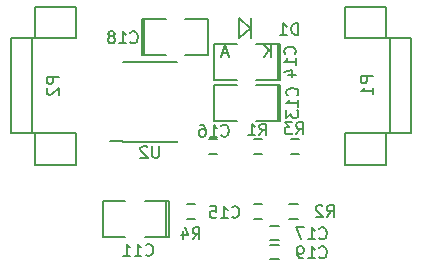
<source format=gbr>
G04 #@! TF.FileFunction,Legend,Bot*
%FSLAX46Y46*%
G04 Gerber Fmt 4.6, Leading zero omitted, Abs format (unit mm)*
G04 Created by KiCad (PCBNEW 4.1.0-alpha+201606051201+6884~45~ubuntu16.04.1-product) date Tue Jun  7 15:38:57 2016*
%MOMM*%
%LPD*%
G01*
G04 APERTURE LIST*
%ADD10C,0.100000*%
%ADD11C,0.150000*%
G04 APERTURE END LIST*
D10*
D11*
X104394000Y-112476000D02*
X104394000Y-115524000D01*
X100711000Y-115524000D02*
X98806000Y-115524000D01*
X98806000Y-115524000D02*
X98806000Y-112476000D01*
X98806000Y-112476000D02*
X100711000Y-112476000D01*
X102362000Y-112476000D02*
X104394000Y-112476000D01*
X104194000Y-112476000D02*
X104194000Y-115524000D01*
X104394000Y-115524000D02*
X102362000Y-115524000D01*
X113816000Y-102676000D02*
X113816000Y-105724000D01*
X110133000Y-105724000D02*
X108228000Y-105724000D01*
X108228000Y-105724000D02*
X108228000Y-102676000D01*
X108228000Y-102676000D02*
X110133000Y-102676000D01*
X111784000Y-102676000D02*
X113816000Y-102676000D01*
X113616000Y-102676000D02*
X113616000Y-105724000D01*
X113816000Y-105724000D02*
X111784000Y-105724000D01*
X113816000Y-99176000D02*
X113816000Y-102224000D01*
X110133000Y-102224000D02*
X108228000Y-102224000D01*
X108228000Y-102224000D02*
X108228000Y-99176000D01*
X108228000Y-99176000D02*
X110133000Y-99176000D01*
X111784000Y-99176000D02*
X113816000Y-99176000D01*
X113616000Y-99176000D02*
X113616000Y-102224000D01*
X113816000Y-102224000D02*
X111784000Y-102224000D01*
X112300000Y-112800000D02*
X111600000Y-112800000D01*
X111600000Y-114000000D02*
X112300000Y-114000000D01*
X107800000Y-108500000D02*
X108500000Y-108500000D01*
X108500000Y-107300000D02*
X107800000Y-107300000D01*
X113000000Y-115800000D02*
X113700000Y-115800000D01*
X113700000Y-114600000D02*
X113000000Y-114600000D01*
X102106000Y-100124000D02*
X102106000Y-97076000D01*
X105789000Y-97076000D02*
X107694000Y-97076000D01*
X107694000Y-97076000D02*
X107694000Y-100124000D01*
X107694000Y-100124000D02*
X105789000Y-100124000D01*
X104138000Y-100124000D02*
X102106000Y-100124000D01*
X102306000Y-100124000D02*
X102306000Y-97076000D01*
X102106000Y-97076000D02*
X104138000Y-97076000D01*
X113000000Y-117400000D02*
X113700000Y-117400000D01*
X113700000Y-116200000D02*
X113000000Y-116200000D01*
X111350180Y-97950800D02*
X110349420Y-97050000D01*
X110349420Y-97050000D02*
X110349420Y-98750000D01*
X110349420Y-98750000D02*
X111350180Y-97900000D01*
X111350180Y-97050000D02*
X111350180Y-98750000D01*
X124875000Y-106750000D02*
X124875000Y-98750000D01*
X123125000Y-106750000D02*
X123125000Y-98750000D01*
X123125000Y-106750000D02*
X119350000Y-106750000D01*
X123125000Y-98750000D02*
X119350000Y-98750000D01*
X119350000Y-106750000D02*
X119350000Y-109450000D01*
X119350000Y-98750000D02*
X119350000Y-96050000D01*
X119350000Y-109450000D02*
X122800000Y-109450000D01*
X119350000Y-96050000D02*
X122800000Y-96050000D01*
X122800000Y-109450000D02*
X122800000Y-106750000D01*
X122800000Y-96050000D02*
X122800000Y-98750000D01*
X122800000Y-106750000D02*
X124875000Y-106750000D01*
X122800000Y-98750000D02*
X124875000Y-98750000D01*
X91025000Y-98750000D02*
X91025000Y-106750000D01*
X92775000Y-98750000D02*
X92775000Y-106750000D01*
X92775000Y-98750000D02*
X96550000Y-98750000D01*
X92775000Y-106750000D02*
X96550000Y-106750000D01*
X96550000Y-98750000D02*
X96550000Y-96050000D01*
X96550000Y-106750000D02*
X96550000Y-109450000D01*
X96550000Y-96050000D02*
X93100000Y-96050000D01*
X96550000Y-109450000D02*
X93100000Y-109450000D01*
X93100000Y-96050000D02*
X93100000Y-98750000D01*
X93100000Y-109450000D02*
X93100000Y-106750000D01*
X93100000Y-98750000D02*
X91025000Y-98750000D01*
X93100000Y-106750000D02*
X91025000Y-106750000D01*
X111600000Y-108500000D02*
X112300000Y-108500000D01*
X112300000Y-107300000D02*
X111600000Y-107300000D01*
X115300000Y-112800000D02*
X114600000Y-112800000D01*
X114600000Y-114000000D02*
X115300000Y-114000000D01*
X114700000Y-108500000D02*
X115400000Y-108500000D01*
X115400000Y-107300000D02*
X114700000Y-107300000D01*
X105900000Y-114000000D02*
X106600000Y-114000000D01*
X106600000Y-112800000D02*
X105900000Y-112800000D01*
X100475000Y-107475000D02*
X100475000Y-107450000D01*
X105125000Y-107475000D02*
X105125000Y-107450000D01*
X105125000Y-100725000D02*
X105125000Y-100750000D01*
X100475000Y-100725000D02*
X100475000Y-100750000D01*
X100475000Y-107475000D02*
X105125000Y-107475000D01*
X100475000Y-100725000D02*
X105125000Y-100725000D01*
X100475000Y-107450000D02*
X99400000Y-107450000D01*
X102442857Y-117057142D02*
X102490476Y-117104761D01*
X102633333Y-117152380D01*
X102728571Y-117152380D01*
X102871428Y-117104761D01*
X102966666Y-117009523D01*
X103014285Y-116914285D01*
X103061904Y-116723809D01*
X103061904Y-116580952D01*
X103014285Y-116390476D01*
X102966666Y-116295238D01*
X102871428Y-116200000D01*
X102728571Y-116152380D01*
X102633333Y-116152380D01*
X102490476Y-116200000D01*
X102442857Y-116247619D01*
X101490476Y-117152380D02*
X102061904Y-117152380D01*
X101776190Y-117152380D02*
X101776190Y-116152380D01*
X101871428Y-116295238D01*
X101966666Y-116390476D01*
X102061904Y-116438095D01*
X100538095Y-117152380D02*
X101109523Y-117152380D01*
X100823809Y-117152380D02*
X100823809Y-116152380D01*
X100919047Y-116295238D01*
X101014285Y-116390476D01*
X101109523Y-116438095D01*
X115257142Y-103557142D02*
X115304761Y-103509523D01*
X115352380Y-103366666D01*
X115352380Y-103271428D01*
X115304761Y-103128571D01*
X115209523Y-103033333D01*
X115114285Y-102985714D01*
X114923809Y-102938095D01*
X114780952Y-102938095D01*
X114590476Y-102985714D01*
X114495238Y-103033333D01*
X114400000Y-103128571D01*
X114352380Y-103271428D01*
X114352380Y-103366666D01*
X114400000Y-103509523D01*
X114447619Y-103557142D01*
X115352380Y-104509523D02*
X115352380Y-103938095D01*
X115352380Y-104223809D02*
X114352380Y-104223809D01*
X114495238Y-104128571D01*
X114590476Y-104033333D01*
X114638095Y-103938095D01*
X114352380Y-104842857D02*
X114352380Y-105461904D01*
X114733333Y-105128571D01*
X114733333Y-105271428D01*
X114780952Y-105366666D01*
X114828571Y-105414285D01*
X114923809Y-105461904D01*
X115161904Y-105461904D01*
X115257142Y-105414285D01*
X115304761Y-105366666D01*
X115352380Y-105271428D01*
X115352380Y-104985714D01*
X115304761Y-104890476D01*
X115257142Y-104842857D01*
X115057142Y-100057142D02*
X115104761Y-100009523D01*
X115152380Y-99866666D01*
X115152380Y-99771428D01*
X115104761Y-99628571D01*
X115009523Y-99533333D01*
X114914285Y-99485714D01*
X114723809Y-99438095D01*
X114580952Y-99438095D01*
X114390476Y-99485714D01*
X114295238Y-99533333D01*
X114200000Y-99628571D01*
X114152380Y-99771428D01*
X114152380Y-99866666D01*
X114200000Y-100009523D01*
X114247619Y-100057142D01*
X115152380Y-101009523D02*
X115152380Y-100438095D01*
X115152380Y-100723809D02*
X114152380Y-100723809D01*
X114295238Y-100628571D01*
X114390476Y-100533333D01*
X114438095Y-100438095D01*
X114485714Y-101866666D02*
X115152380Y-101866666D01*
X114104761Y-101628571D02*
X114819047Y-101390476D01*
X114819047Y-102009523D01*
X109742857Y-113857142D02*
X109790476Y-113904761D01*
X109933333Y-113952380D01*
X110028571Y-113952380D01*
X110171428Y-113904761D01*
X110266666Y-113809523D01*
X110314285Y-113714285D01*
X110361904Y-113523809D01*
X110361904Y-113380952D01*
X110314285Y-113190476D01*
X110266666Y-113095238D01*
X110171428Y-113000000D01*
X110028571Y-112952380D01*
X109933333Y-112952380D01*
X109790476Y-113000000D01*
X109742857Y-113047619D01*
X108790476Y-113952380D02*
X109361904Y-113952380D01*
X109076190Y-113952380D02*
X109076190Y-112952380D01*
X109171428Y-113095238D01*
X109266666Y-113190476D01*
X109361904Y-113238095D01*
X107885714Y-112952380D02*
X108361904Y-112952380D01*
X108409523Y-113428571D01*
X108361904Y-113380952D01*
X108266666Y-113333333D01*
X108028571Y-113333333D01*
X107933333Y-113380952D01*
X107885714Y-113428571D01*
X107838095Y-113523809D01*
X107838095Y-113761904D01*
X107885714Y-113857142D01*
X107933333Y-113904761D01*
X108028571Y-113952380D01*
X108266666Y-113952380D01*
X108361904Y-113904761D01*
X108409523Y-113857142D01*
X108842857Y-106957142D02*
X108890476Y-107004761D01*
X109033333Y-107052380D01*
X109128571Y-107052380D01*
X109271428Y-107004761D01*
X109366666Y-106909523D01*
X109414285Y-106814285D01*
X109461904Y-106623809D01*
X109461904Y-106480952D01*
X109414285Y-106290476D01*
X109366666Y-106195238D01*
X109271428Y-106100000D01*
X109128571Y-106052380D01*
X109033333Y-106052380D01*
X108890476Y-106100000D01*
X108842857Y-106147619D01*
X107890476Y-107052380D02*
X108461904Y-107052380D01*
X108176190Y-107052380D02*
X108176190Y-106052380D01*
X108271428Y-106195238D01*
X108366666Y-106290476D01*
X108461904Y-106338095D01*
X107033333Y-106052380D02*
X107223809Y-106052380D01*
X107319047Y-106100000D01*
X107366666Y-106147619D01*
X107461904Y-106290476D01*
X107509523Y-106480952D01*
X107509523Y-106861904D01*
X107461904Y-106957142D01*
X107414285Y-107004761D01*
X107319047Y-107052380D01*
X107128571Y-107052380D01*
X107033333Y-107004761D01*
X106985714Y-106957142D01*
X106938095Y-106861904D01*
X106938095Y-106623809D01*
X106985714Y-106528571D01*
X107033333Y-106480952D01*
X107128571Y-106433333D01*
X107319047Y-106433333D01*
X107414285Y-106480952D01*
X107461904Y-106528571D01*
X107509523Y-106623809D01*
X117142857Y-115657142D02*
X117190476Y-115704761D01*
X117333333Y-115752380D01*
X117428571Y-115752380D01*
X117571428Y-115704761D01*
X117666666Y-115609523D01*
X117714285Y-115514285D01*
X117761904Y-115323809D01*
X117761904Y-115180952D01*
X117714285Y-114990476D01*
X117666666Y-114895238D01*
X117571428Y-114800000D01*
X117428571Y-114752380D01*
X117333333Y-114752380D01*
X117190476Y-114800000D01*
X117142857Y-114847619D01*
X116190476Y-115752380D02*
X116761904Y-115752380D01*
X116476190Y-115752380D02*
X116476190Y-114752380D01*
X116571428Y-114895238D01*
X116666666Y-114990476D01*
X116761904Y-115038095D01*
X115857142Y-114752380D02*
X115190476Y-114752380D01*
X115619047Y-115752380D01*
X101142857Y-99057142D02*
X101190476Y-99104761D01*
X101333333Y-99152380D01*
X101428571Y-99152380D01*
X101571428Y-99104761D01*
X101666666Y-99009523D01*
X101714285Y-98914285D01*
X101761904Y-98723809D01*
X101761904Y-98580952D01*
X101714285Y-98390476D01*
X101666666Y-98295238D01*
X101571428Y-98200000D01*
X101428571Y-98152380D01*
X101333333Y-98152380D01*
X101190476Y-98200000D01*
X101142857Y-98247619D01*
X100190476Y-99152380D02*
X100761904Y-99152380D01*
X100476190Y-99152380D02*
X100476190Y-98152380D01*
X100571428Y-98295238D01*
X100666666Y-98390476D01*
X100761904Y-98438095D01*
X99619047Y-98580952D02*
X99714285Y-98533333D01*
X99761904Y-98485714D01*
X99809523Y-98390476D01*
X99809523Y-98342857D01*
X99761904Y-98247619D01*
X99714285Y-98200000D01*
X99619047Y-98152380D01*
X99428571Y-98152380D01*
X99333333Y-98200000D01*
X99285714Y-98247619D01*
X99238095Y-98342857D01*
X99238095Y-98390476D01*
X99285714Y-98485714D01*
X99333333Y-98533333D01*
X99428571Y-98580952D01*
X99619047Y-98580952D01*
X99714285Y-98628571D01*
X99761904Y-98676190D01*
X99809523Y-98771428D01*
X99809523Y-98961904D01*
X99761904Y-99057142D01*
X99714285Y-99104761D01*
X99619047Y-99152380D01*
X99428571Y-99152380D01*
X99333333Y-99104761D01*
X99285714Y-99057142D01*
X99238095Y-98961904D01*
X99238095Y-98771428D01*
X99285714Y-98676190D01*
X99333333Y-98628571D01*
X99428571Y-98580952D01*
X117142857Y-117257142D02*
X117190476Y-117304761D01*
X117333333Y-117352380D01*
X117428571Y-117352380D01*
X117571428Y-117304761D01*
X117666666Y-117209523D01*
X117714285Y-117114285D01*
X117761904Y-116923809D01*
X117761904Y-116780952D01*
X117714285Y-116590476D01*
X117666666Y-116495238D01*
X117571428Y-116400000D01*
X117428571Y-116352380D01*
X117333333Y-116352380D01*
X117190476Y-116400000D01*
X117142857Y-116447619D01*
X116190476Y-117352380D02*
X116761904Y-117352380D01*
X116476190Y-117352380D02*
X116476190Y-116352380D01*
X116571428Y-116495238D01*
X116666666Y-116590476D01*
X116761904Y-116638095D01*
X115714285Y-117352380D02*
X115523809Y-117352380D01*
X115428571Y-117304761D01*
X115380952Y-117257142D01*
X115285714Y-117114285D01*
X115238095Y-116923809D01*
X115238095Y-116542857D01*
X115285714Y-116447619D01*
X115333333Y-116400000D01*
X115428571Y-116352380D01*
X115619047Y-116352380D01*
X115714285Y-116400000D01*
X115761904Y-116447619D01*
X115809523Y-116542857D01*
X115809523Y-116780952D01*
X115761904Y-116876190D01*
X115714285Y-116923809D01*
X115619047Y-116971428D01*
X115428571Y-116971428D01*
X115333333Y-116923809D01*
X115285714Y-116876190D01*
X115238095Y-116780952D01*
X115338095Y-98452380D02*
X115338095Y-97452380D01*
X115100000Y-97452380D01*
X114957142Y-97500000D01*
X114861904Y-97595238D01*
X114814285Y-97690476D01*
X114766666Y-97880952D01*
X114766666Y-98023809D01*
X114814285Y-98214285D01*
X114861904Y-98309523D01*
X114957142Y-98404761D01*
X115100000Y-98452380D01*
X115338095Y-98452380D01*
X113814285Y-98452380D02*
X114385714Y-98452380D01*
X114100000Y-98452380D02*
X114100000Y-97452380D01*
X114195238Y-97595238D01*
X114290476Y-97690476D01*
X114385714Y-97738095D01*
X113011844Y-100302380D02*
X113011844Y-99302380D01*
X112440416Y-100302380D02*
X112868987Y-99730952D01*
X112440416Y-99302380D02*
X113011844Y-99873809D01*
X109388035Y-100016666D02*
X108911844Y-100016666D01*
X109483273Y-100302380D02*
X109149940Y-99302380D01*
X108816606Y-100302380D01*
X121652380Y-101961904D02*
X120652380Y-101961904D01*
X120652380Y-102342857D01*
X120700000Y-102438095D01*
X120747619Y-102485714D01*
X120842857Y-102533333D01*
X120985714Y-102533333D01*
X121080952Y-102485714D01*
X121128571Y-102438095D01*
X121176190Y-102342857D01*
X121176190Y-101961904D01*
X121652380Y-103485714D02*
X121652380Y-102914285D01*
X121652380Y-103200000D02*
X120652380Y-103200000D01*
X120795238Y-103104761D01*
X120890476Y-103009523D01*
X120938095Y-102914285D01*
X95052380Y-102011904D02*
X94052380Y-102011904D01*
X94052380Y-102392857D01*
X94100000Y-102488095D01*
X94147619Y-102535714D01*
X94242857Y-102583333D01*
X94385714Y-102583333D01*
X94480952Y-102535714D01*
X94528571Y-102488095D01*
X94576190Y-102392857D01*
X94576190Y-102011904D01*
X94147619Y-102964285D02*
X94100000Y-103011904D01*
X94052380Y-103107142D01*
X94052380Y-103345238D01*
X94100000Y-103440476D01*
X94147619Y-103488095D01*
X94242857Y-103535714D01*
X94338095Y-103535714D01*
X94480952Y-103488095D01*
X95052380Y-102916666D01*
X95052380Y-103535714D01*
X112066666Y-106952380D02*
X112400000Y-106476190D01*
X112638095Y-106952380D02*
X112638095Y-105952380D01*
X112257142Y-105952380D01*
X112161904Y-106000000D01*
X112114285Y-106047619D01*
X112066666Y-106142857D01*
X112066666Y-106285714D01*
X112114285Y-106380952D01*
X112161904Y-106428571D01*
X112257142Y-106476190D01*
X112638095Y-106476190D01*
X111114285Y-106952380D02*
X111685714Y-106952380D01*
X111400000Y-106952380D02*
X111400000Y-105952380D01*
X111495238Y-106095238D01*
X111590476Y-106190476D01*
X111685714Y-106238095D01*
X117766666Y-113852380D02*
X118100000Y-113376190D01*
X118338095Y-113852380D02*
X118338095Y-112852380D01*
X117957142Y-112852380D01*
X117861904Y-112900000D01*
X117814285Y-112947619D01*
X117766666Y-113042857D01*
X117766666Y-113185714D01*
X117814285Y-113280952D01*
X117861904Y-113328571D01*
X117957142Y-113376190D01*
X118338095Y-113376190D01*
X117385714Y-112947619D02*
X117338095Y-112900000D01*
X117242857Y-112852380D01*
X117004761Y-112852380D01*
X116909523Y-112900000D01*
X116861904Y-112947619D01*
X116814285Y-113042857D01*
X116814285Y-113138095D01*
X116861904Y-113280952D01*
X117433333Y-113852380D01*
X116814285Y-113852380D01*
X115166666Y-106852380D02*
X115500000Y-106376190D01*
X115738095Y-106852380D02*
X115738095Y-105852380D01*
X115357142Y-105852380D01*
X115261904Y-105900000D01*
X115214285Y-105947619D01*
X115166666Y-106042857D01*
X115166666Y-106185714D01*
X115214285Y-106280952D01*
X115261904Y-106328571D01*
X115357142Y-106376190D01*
X115738095Y-106376190D01*
X114833333Y-105852380D02*
X114214285Y-105852380D01*
X114547619Y-106233333D01*
X114404761Y-106233333D01*
X114309523Y-106280952D01*
X114261904Y-106328571D01*
X114214285Y-106423809D01*
X114214285Y-106661904D01*
X114261904Y-106757142D01*
X114309523Y-106804761D01*
X114404761Y-106852380D01*
X114690476Y-106852380D01*
X114785714Y-106804761D01*
X114833333Y-106757142D01*
X106416666Y-115752380D02*
X106750000Y-115276190D01*
X106988095Y-115752380D02*
X106988095Y-114752380D01*
X106607142Y-114752380D01*
X106511904Y-114800000D01*
X106464285Y-114847619D01*
X106416666Y-114942857D01*
X106416666Y-115085714D01*
X106464285Y-115180952D01*
X106511904Y-115228571D01*
X106607142Y-115276190D01*
X106988095Y-115276190D01*
X105559523Y-115085714D02*
X105559523Y-115752380D01*
X105797619Y-114704761D02*
X106035714Y-115419047D01*
X105416666Y-115419047D01*
X103561904Y-107852380D02*
X103561904Y-108661904D01*
X103514285Y-108757142D01*
X103466666Y-108804761D01*
X103371428Y-108852380D01*
X103180952Y-108852380D01*
X103085714Y-108804761D01*
X103038095Y-108757142D01*
X102990476Y-108661904D01*
X102990476Y-107852380D01*
X102561904Y-107947619D02*
X102514285Y-107900000D01*
X102419047Y-107852380D01*
X102180952Y-107852380D01*
X102085714Y-107900000D01*
X102038095Y-107947619D01*
X101990476Y-108042857D01*
X101990476Y-108138095D01*
X102038095Y-108280952D01*
X102609523Y-108852380D01*
X101990476Y-108852380D01*
M02*

</source>
